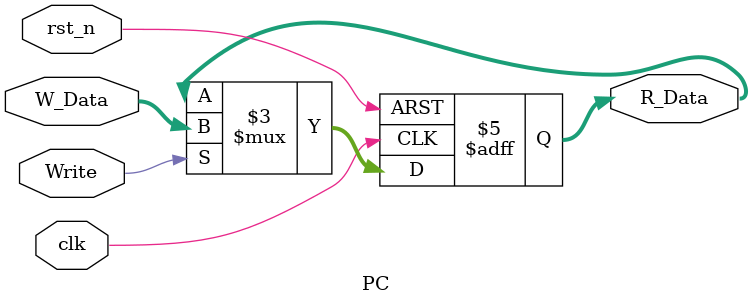
<source format=v>
`timescale 1ns / 1ps

//PCºÍIRÄ£¿é£¬¹¦ÄÜÒ»Ñù
module PC(
    input rst_n,
    input clk,
    input Write,//Ð´ÐÅºÅ
    input [31:0] W_Data,
    output reg [31:0] R_Data
    );
    always@(negedge rst_n or posedge clk)
    begin
        if(!rst_n)
            begin
            R_Data <= 32'b0;
            end
        else
            begin
                if(Write)                 
                    R_Data <= W_Data;  
            end    
    end
endmodule

</source>
